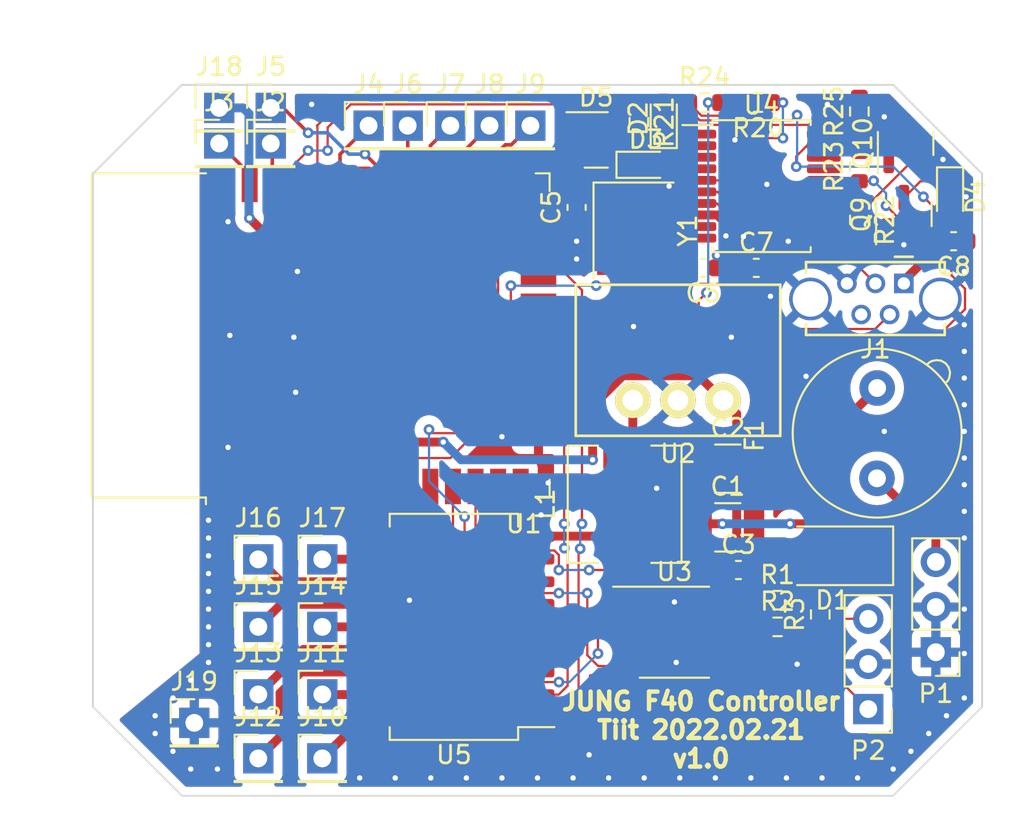
<source format=kicad_pcb>
(kicad_pcb (version 20210824) (generator pcbnew)
  (layers (0 "F.Cu" signal) (31 "B.Cu" signal) (34 "B.Paste" user) (35 "F.Paste" user) (36 "B.SilkS" user "B.Silkscreen") (37 "F.SilkS" user "F.Silkscreen") (38 "B.Mask" user) (39 "F.Mask" user) (44 "Edge.Cuts" user))
  (net 0 "")
  (net 1 "GND")
  (net 2 "Net-(C5-Pad2)")
  (net 3 "Net-(C6-Pad2)")
  (net 4 "Net-(C7-Pad2)")
  (net 5 "+5V")
  (net 6 "Net-(D2-Pad1)")
  (net 7 "RXD_0")
  (net 8 "TXD_0")
  (net 9 "Net-(D3-Pad2)")
  (net 10 "Net-(D4-Pad1)")
  (net 11 "ESP_EN")
  (net 12 "GPIO_0")
  (net 13 "GPIO_2")
  (net 14 "Net-(D5-Pad3)")
  (net 15 "Net-(J1-Pad2)")
  (net 16 "Net-(J1-Pad3)")
  (net 18 "Net-(Q9-Pad1)")
  (net 19 "Net-(Q9-Pad2)")
  (net 20 "Net-(Q10-Pad1)")
  (net 21 "Net-(Q10-Pad2)")
  (net 22 "Net-(Q10-Pad3)")
  (net 23 "+3V3")
  (net 24 "+24V")
  (net 25 "Net-(C2-Pad1)")
  (net 46 "Net-(F1-Pad1)")
  (net 47 "Net-(P2-Pad1)")
  (net 48 "Net-(P2-Pad3)")
  (net 49 "Net-(R1-Pad1)")
  (net 50 "Net-(R2-Pad1)")
  (net 51 "RO")
  (net 52 "~{RX}TX")
  (net 53 "DI")
  (net 54 "BUT_4")
  (net 55 "BUT_3")
  (net 56 "BUT_2")
  (net 57 "BUT_0")
  (net 58 "BUT_1")
  (net 59 "BUT_7")
  (net 60 "BUT_6")
  (net 61 "BUT_5")
  (net 62 "LED_2")
  (net 63 "LED_3")
  (net 64 "LED_4")
  (net 65 "LED_5")
  (net 66 "LED_6")
  (net 67 "LED_7")
  (net 68 "LED_1")
  (net 69 "LED_0")
  (net 70 "Net-(U5-Pad18)")
  (net 71 "Net-(U5-Pad17)")
  (net 72 "Net-(U5-Pad16)")
  (net 73 "Net-(U5-Pad15)")
  (net 74 "Net-(U5-Pad14)")
  (net 75 "Net-(U5-Pad13)")
  (net 76 "Net-(U5-Pad12)")
  (net 77 "Net-(U5-Pad11)")
  (footprint "Connector_USB:USB_Mini-B_Tensility_54-00023_Vertical_CircularHoles" (layer "F.Cu") (at 145.6 51.175 180)
    (fp_text reference "J1")
    (fp_text value "USB_B_Micro")
  )
  (footprint "Fuse:Fuseholder_TR5_Littelfuse_No560_No460" (layer "F.Cu") (at 144.09 62.14 90)
    (fp_text reference "F1")
    (fp_text value "F_Small")
  )
  (footprint "Resistor_SMD:R_0603_1608Metric" (layer "F.Cu") (at 134.4 41)
    (fp_text reference "R24")
    (fp_text value "DNP")
  )
  (footprint "Diode_SMD:D_SMA" (layer "F.Cu") (at 141.6 66.5 180)
    (fp_text reference "D1")
    (fp_text value "D_Schottky_Small")
  )
  (footprint "Resistor_SMD:R_0603_1608Metric" (layer "F.Cu") (at 130.7 42.1 -90)
    (fp_text reference "R21")
    (fp_text value "10k")
  )
  (footprint "Connector_PinHeader_2.54mm:PinHeader_1x01_P2.54mm_Vertical" (layer "F.Cu") (at 107.1 43.3)
    (fp_text reference "J3")
    (fp_text value "Conn_01x01")
  )
  (footprint "Connector_PinHeader_2.54mm:PinHeader_1x03_P2.54mm_Vertical" (layer "F.Cu") (at 143.6 75.125 180)
    (fp_text reference "P2")
    (fp_text value "RS485")
  )
  (footprint "Resistor_SMD:R_0603_1608Metric" (layer "F.Cu") (at 140.9 69.8 90)
    (fp_text reference "R3")
    (fp_text value "DNP")
  )
  (footprint "Package_TO_SOT_SMD:SOT-23" (layer "F.Cu") (at 145.6 47.3 90)
    (fp_text reference "Q9")
    (fp_text value "BC817")
  )
  (footprint "Package_TO_SOT_SMD:SOT-23" (layer "F.Cu") (at 145.7 43.3 90)
    (fp_text reference "Q10")
    (fp_text value "BC817")
  )
  (footprint "Capacitor_SMD:C_1210_3225Metric" (layer "F.Cu") (at 135.7 61.6)
    (fp_text reference "C2")
    (fp_text value "10u 50V")
  )
  (footprint "Package_TO_SOT_SMD:SOT-23" (layer "F.Cu") (at 128.3 43.1)
    (fp_text reference "D5")
    (fp_text value "BAT54C")
  )
  (footprint "Diode_SMD:D_0603_1608Metric_Pad1.05x0.95mm_HandSolder" (layer "F.Cu") (at 148.2 46.3 -90)
    (fp_text reference "D4")
    (fp_text value "D_Schottky_Small")
  )
  (footprint "Crystal:Crystal_SMD_3225-4Pin_3.2x2.5mm_HandSoldering" (layer "F.Cu") (at 130.4 48.2 -90)
    (fp_text reference "Y1")
    (fp_text value "Crystal_GND24_Small")
  )
  (footprint "Capacitor_SMD:C_0603_1608Metric" (layer "F.Cu") (at 134.3 50.3 180)
    (fp_text reference "C6")
    (fp_text value "20p")
  )
  (footprint "Connector_PinHeader_2.54mm:PinHeader_1x01_P2.54mm_Vertical" (layer "F.Cu") (at 109.3 70.5)
    (fp_text reference "J15")
    (fp_text value "Conn_01x01")
  )
  (footprint "Connector_PinHeader_2.54mm:PinHeader_1x01_P2.54mm_Vertical" (layer "F.Cu") (at 124.6 42.3)
    (fp_text reference "J9")
    (fp_text value "Conn_01x01")
  )
  (footprint "Connector_PinHeader_2.54mm:PinHeader_1x01_P2.54mm_Vertical" (layer "F.Cu") (at 117.7 42.3)
    (fp_text reference "J6")
    (fp_text value "Conn_01x01")
  )
  (footprint "Package_SO:SSOP-20_5.3x7.2mm_P0.65mm" (layer "F.Cu") (at 137.6 45.7)
    (fp_text reference "U4")
    (fp_text value "CH340T")
  )
  (footprint "Resistor_SMD:R_0603_1608Metric" (layer "F.Cu") (at 138.5 69)
    (fp_text reference "R1")
    (fp_text value "100R")
  )
  (footprint "Connector_PinHeader_2.54mm:PinHeader_1x01_P2.54mm_Vertical" (layer "F.Cu") (at 122.3 42.3)
    (fp_text reference "J8")
    (fp_text value "Conn_01x01")
  )
  (footprint "Connector_PinHeader_2.54mm:PinHeader_1x01_P2.54mm_Vertical" (layer "F.Cu") (at 109.3 74.3)
    (fp_text reference "J13")
    (fp_text value "Conn_01x01")
  )
  (footprint "Connector_PinHeader_2.54mm:PinHeader_1x03_P2.54mm_Vertical" (layer "F.Cu") (at 147.4 71.925 180)
    (fp_text reference "P1")
    (fp_text value "PWR")
  )
  (footprint "Connector_PinHeader_2.54mm:PinHeader_1x01_P2.54mm_Vertical" (layer "F.Cu") (at 112.9 70.5)
    (fp_text reference "J14")
    (fp_text value "Conn_01x01")
  )
  (footprint "Connector_PinHeader_2.54mm:PinHeader_1x01_P2.54mm_Vertical" (layer "F.Cu") (at 107.1 41.3)
    (fp_text reference "J18")
    (fp_text value "Conn_01x01")
  )
  (footprint "Resistor_SMD:R_0603_1608Metric" (layer "F.Cu") (at 138.5 70.5)
    (fp_text reference "R2")
    (fp_text value "100R")
  )
  (footprint "Capacitor_SMD:C_0603_1608Metric" (layer "F.Cu") (at 148.4 48.8 180)
    (fp_text reference "C8")
    (fp_text value "22u")
  )
  (footprint "Resistor_SMD:R_0603_1608Metric" (layer "F.Cu") (at 143.1 44.6 90)
    (fp_text reference "R23")
    (fp_text value "1k")
  )
  (footprint "Connector_PinHeader_2.54mm:PinHeader_1x01_P2.54mm_Vertical" (layer "F.Cu") (at 120.1 42.3)
    (fp_text reference "J7")
    (fp_text value "Conn_01x01")
  )
  (footprint "Connector_PinHeader_2.54mm:PinHeader_1x01_P2.54mm_Vertical" (layer "F.Cu") (at 112.9 66.7)
    (fp_text reference "J17")
    (fp_text value "Conn_01x01")
  )
  (footprint "Diode_SMD:D_0603_1608Metric_Pad1.05x0.95mm_HandSolder" (layer "F.Cu") (at 131.1 44.5)
    (fp_text reference "D3")
    (fp_text value "D_Schottky_Small")
  )
  (footprint "Connector_PinHeader_2.54mm:PinHeader_1x01_P2.54mm_Vertical" (layer "F.Cu") (at 112.9 77.9)
    (fp_text reference "J10")
    (fp_text value "Conn_01x01")
  )
  (footprint "Connector_PinHeader_2.54mm:PinHeader_1x01_P2.54mm_Vertical" (layer "F.Cu") (at 112.9 74.3)
    (fp_text reference "J11")
    (fp_text value "Conn_01x01")
  )
  (footprint "Connector_PinHeader_2.54mm:PinHeader_1x01_P2.54mm_Vertical" (layer "F.Cu") (at 109.3 77.9)
    (fp_text reference "J12")
    (fp_text value "Conn_01x01")
  )
  (footprint "Capacitor_SMD:C_0603_1608Metric" (layer "F.Cu") (at 136.3 67.3)
    (fp_text reference "C3")
    (fp_text value "100n")
  )
  (footprint "RF_Module:ESP32-WROOM-32" (layer "F.Cu") (at 115.8 54.1 90)
    (fp_text reference "U1")
    (fp_text value "ESP32-WROOM-32")
  )
  (footprint "Resistor_SMD:R_0603_1608Metric" (layer "F.Cu") (at 137.4 41 180)
    (fp_text reference "R20")
    (fp_text value "10k")
  )
  (footprint "Capacitor_SMD:C_0603_1608Metric" (layer "F.Cu") (at 127.2 46.9 90)
    (fp_text reference "C5")
    (fp_text value "20p")
  )
  (footprint "Resistor_SMD:R_0603_1608Metric" (layer "F.Cu") (at 143.1 47.6 -90)
    (fp_text reference "R22")
    (fp_text value "1k")
  )
  (footprint "Connector_PinHeader_2.54mm:PinHeader_1x01_P2.54mm_Vertical" (layer "F.Cu") (at 115.5 42.3)
    (fp_text reference "J4")
    (fp_text value "Conn_01x01")
  )
  (footprint "Connector_PinHeader_2.54mm:PinHeader_1x01_P2.54mm_Vertical" (layer "F.Cu") (at 110 43.3)
    (fp_text reference "J2")
    (fp_text value "Conn_01x01")
  )
  (footprint "Capacitor_SMD:C_0603_1608Metric" (layer "F.Cu") (at 137.3 50.3)
    (fp_text reference "C7")
    (fp_text value "100n")
  )
  (footprint "Diode_SMD:D_0603_1608Metric_Pad1.05x0.95mm_HandSolder" (layer "F.Cu") (at 132.1 41.9 90)
    (fp_text reference "D2")
    (fp_text value "D_Schottky_Small")
  )
  (footprint "Package_SO:SO-8_3.9x4.9mm_P1.27mm" (layer "F.Cu") (at 132.7 70.8)
    (fp_text reference "U3")
    (fp_text value "MAX481E")
  )
  (footprint "Capacitor_SMD:C_1210_3225Metric" (layer "F.Cu") (at 135.7 64.9)
    (fp_text reference "C1")
    (fp_text value "10u 50V")
  )
  (footprint "Connector_PinHeader_2.54mm:PinHeader_1x01_P2.54mm_Vertical" (layer "F.Cu") (at 110 41.3)
    (fp_text reference "J5")
    (fp_text value "Conn_01x01")
  )
  (footprint "wazombi_kicad:R-78E-1.0" (layer "F.Cu") (at 132.9 57.75)
    (fp_text reference "U2")
    (fp_text value "R-78E-1.0")
  )
  (footprint "Inductor_SMD:L_6.3x6.3_H3" (layer "F.Cu") (at 129.9 63.6 90)
    (fp_text reference "L1")
    (fp_text value "68u")
  )
  (footprint "Resistor_SMD:R_0603_1608Metric" (layer "F.Cu") (at 143.1 41.5 90)
    (fp_text reference "R25")
    (fp_text value "220R")
  )
  (footprint "Package_SO:SOP-18_7x12.5mm_P1.27mm" (layer "F.Cu") (at 120.3 70.5 180)
    (fp_text reference "U5")
    (fp_text value "TBD62783A")
  )
  (footprint "Connector_PinHeader_2.54mm:PinHeader_1x01_P2.54mm_Vertical" (layer "F.Cu") (at 109.3 66.7)
    (fp_text reference "J16")
    (fp_text value "Conn_01x01")
  )
  (footprint "Connector_PinHeader_2.54mm:PinHeader_1x01_P2.54mm_Vertical" (layer "F.Cu") (at 105.7 75.9)
    (fp_text reference "J19")
    (fp_text value "Conn_01x01")
  )
  (gr_line (start 145 80) (end 150 75) (layer "Edge.Cuts") (width 0.1))
  (gr_line (start 100 75) (end 105 80) (layer "Edge.Cuts") (width 0.1))
  (gr_line (start 150 45) (end 145 40) (layer "Edge.Cuts") (width 0.1))
  (gr_line (start 145 40) (end 105 40) (layer "Edge.Cuts") (width 0.1))
  (gr_line (start 100 45) (end 105 40) (layer "Edge.Cuts") (width 0.1))
  (gr_line (start 105 80) (end 145 80) (layer "Edge.Cuts") (width 0.1))
  (gr_line (start 100 45) (end 100 75) (layer "Edge.Cuts") (width 0.1))
  (gr_line (start 150 75) (end 150 45) (layer "Edge.Cuts") (width 0.1))
  (gr_text "JUNG F40 Controller\nTiit 2022.02.21\nv1.0" (at 134.2 76.3) (layer "F.SilkS") (effects (font (size 1 1) (thickness 0.25))))
  (segment (start 137.489601 51.405031) (end 136.525 50.44043) (width 0.5) (layer "F.Cu") (net 1))
  (segment (start 136.525 50.44043) (end 136.525 50.3) (width 0.5) (layer "F.Cu") (net 1))
  (segment (start 115.525 65.42) (end 114.705 64.6) (width 0.5) (layer "F.Cu") (net 1))
  (segment (start 106.6 64.6) (end 106.5 64.5) (width 0.5) (layer "F.Cu") (net 1))
  (segment (start 114.705 64.6) (end 106.6 64.6) (width 0.5) (layer "F.Cu") (net 1))
  (segment (start 115.878768 65.42) (end 117.8 67.341232) (width 0.5) (layer "F.Cu") (net 1))
  (segment (start 115.525 65.42) (end 115.878768 65.42) (width 0.5) (layer "F.Cu") (net 1))
  (segment (start 117.8 67.341232) (end 117.8 69) (width 0.5) (layer "F.Cu") (net 1))
  (segment (start 136.525 48.590858) (end 136.580001 48.535857) (width 0.5) (layer "F.Cu") (net 1))
  (segment (start 136.525 50.3) (end 136.525 48.590858) (width 0.5) (layer "F.Cu") (net 1))
  (segment (start 135.594989 47.807269) (end 135.594989 48.5) (width 0.5) (layer "F.Cu") (net 1))
  (segment (start 134.1 47.325) (end 135.11272 47.325) (width 0.5) (layer "F.Cu") (net 1))
  (segment (start 138.1 51.9) (end 137.605031 51.405031) (width 0.5) (layer "F.Cu") (net 1))
  (segment (start 135.11272 47.325) (end 135.594989 47.807269) (width 0.5) (layer "F.Cu") (net 1))
  (segment (start 137.605031 51.405031) (end 137.489601 51.405031) (width 0.5) (layer "F.Cu") (net 1))
  (segment (start 134.1 47.325) (end 132.125 47.325) (width 0.5) (layer "F.Cu") (net 1))
  (segment (start 132.125 47.325) (end 131.55 46.75) (width 0.5) (layer "F.Cu") (net 1))
  (via (at 106.5 67.5) (size 0.6) (drill 0.3) (layers "F.Cu" "B.Cu") (net 1))
  (via (at 138.1 51.9) (size 0.6) (drill 0.3) (layers "F.Cu" "B.Cu") (net 1))
  (via (at 106.5 72.5) (size 0.6) (drill 0.3) (layers "F.Cu" "B.Cu") (net 1))
  (via (at 106.5 64.5) (size 0.6) (drill 0.3) (layers "F.Cu" "B.Cu") (net 1))
  (via (at 107 78.5) (size 0.6) (drill 0.3) (layers "F.Cu" "B.Cu") (net 1))
  (via (at 123 79) (size 0.6) (drill 0.3) (layers "F.Cu" "B.Cu") (net 1))
  (via (at 106.5 65.5) (size 0.6) (drill 0.3) (layers "F.Cu" "B.Cu") (net 1))
  (via (at 145 78.5) (size 0.6) (drill 0.3) (layers "F.Cu" "B.Cu") (net 1))
  (via (at 131 79) (size 0.6) (drill 0.3) (layers "F.Cu" "B.Cu") (net 1))
  (via (at 127 79) (size 0.6) (drill 0.3) (layers "F.Cu" "B.Cu") (net 1))
  (via (at 111.3 54.2) (size 0.6) (drill 0.3) (layers "F.Cu" "B.Cu") (net 1))
  (via (at 131.7 62.7) (size 0.6) (drill 0.3) (layers "F.Cu" "B.Cu") (net 1))
  (via (at 149 74.5) (size 0.6) (drill 0.3) (layers "F.Cu" "B.Cu") (net 1))
  (via (at 125 79) (size 0.6) (drill 0.3) (layers "F.Cu" "B.Cu") (net 1))
  (via (at 132.4 45.7) (size 0.6) (drill 0.3) (layers "F.Cu" "B.Cu") (net 1))
  (via (at 104.5 77.5) (size 0.6) (drill 0.3) (layers "F.Cu" "B.Cu") (net 1))
  (via (at 149 64) (size 0.6) (drill 0.3) (layers "F.Cu" "B.Cu") (net 1))
  (via (at 149 55) (size 0.6) (drill 0.3) (layers "F.Cu" "B.Cu") (net 1))
  (via (at 125.2 64.2) (size 0.6) (drill 0.3) (layers "F.Cu" "B.Cu") (net 1))
  (via (at 137 79) (size 0.6) (drill 0.3) (layers "F.Cu" "B.Cu") (net 1))
  (via (at 117 79) (size 0.6) (drill 0.3) (layers "F.Cu" "B.Cu") (net 1))
  (via (at 149 72) (size 0.6) (drill 0.3) (layers "F.Cu" "B.Cu") (net 1))
  (via (at 139.1 48.8) (size 0.6) (drill 0.3) (layers "F.Cu" "B.Cu") (net 1))
  (via (at 137.9 45.6) (size 0.6) (drill 0.3) (layers "F.Cu" "B.Cu") (net 1))
  (via (at 123 59.8) (size 0.6) (drill 0.3) (layers "F.Cu" "B.Cu") (net 1))
  (via (at 132.7 69.1) (size 0.6) (drill 0.3) (layers "F.Cu" "B.Cu") (net 1))
  (via (at 105.5 73.5) (size 0.6) (drill 0.3) (layers "F.Cu" "B.Cu") (net 1))
  (via (at 149 53.5) (size 0.6) (drill 0.3) (layers "F.Cu" "B.Cu") (net 1))
  (via (at 147.8 44.2) (size 0.6) (drill 0.3) (layers "F.Cu" "B.Cu") (net 1))
  (via (at 127.2 49.8) (size 0.6) (drill 0.3) (layers "F.Cu" "B.Cu") (net 1))
  (via (at 103.5 76.5) (size 0.6) (drill 0.3) (layers "F.Cu" "B.Cu") (net 1))
  (via (at 115 79) (size 0.6) (drill 0.3) (layers "F.Cu" "B.Cu") (net 1))
  (via (at 140.1 56.4) (size 0.6) (drill 0.3) (layers "F.Cu" "B.Cu") (net 1))
  (via (at 136.580001 48.535857) (size 0.6) (drill 0.3) (layers "F.Cu" "B.Cu") (net 1))
  (via (at 125.6 62.4) (size 0.6) (drill 0.3) (layers "F.Cu" "B.Cu") (net 1))
  (via (at 149 56.5) (size 0.6) (drill 0.3) (layers "F.Cu" "B.Cu") (net 1))
  (via (at 149.1 46.3) (size 0.6) (drill 0.3) (layers "F.Cu" "B.Cu") (net 1))
  (via (at 106.5 68.5) (size 0.6) (drill 0.3) (layers "F.Cu" "B.Cu") (net 1))
  (via (at 149 58) (size 0.6) (drill 0.3) (layers "F.Cu" "B.Cu") (net 1))
  (via (at 149 69.5) (size 0.6) (drill 0.3) (layers "F.Cu" "B.Cu") (net 1))
  (via (at 139.6 72.6) (size 0.6) (drill 0.3) (layers "F.Cu" "B.Cu") (net 1))
  (via (at 135.594989 48.5) (size 0.6) (drill 0.3) (layers "F.Cu" "B.Cu") (net 1))
  (via (at 106.5 69.5) (size 0.6) (drill 0.3) (layers "F.Cu" "B.Cu") (net 1))
  (via (at 145.6 49) (size 0.6) (drill 0.3) (layers "F.Cu" "B.Cu") (net 1))
  (via (at 148 75.5) (size 0.6) (drill 0.3) (layers "F.Cu" "B.Cu") (net 1))
  (via (at 104.5 74.5) (size 0.6) (drill 0.3) (layers "F.Cu" "B.Cu") (net 1))
  (via (at 127.9 77.7) (size 0.6) (drill 0.3) (layers "F.Cu" "B.Cu") (net 1))
  (via (at 121 79) (size 0.6) (drill 0.3) (layers "F.Cu" "B.Cu") (net 1))
  (via (at 117.8 69) (size 0.6) (drill 0.3) (layers "F.Cu" "B.Cu") (net 1))
  (via (at 132.8 72.5) (size 0.6) (drill 0.3) (layers "F.Cu" "B.Cu") (net 1))
  (via (at 105.5 78.5) (size 0.6) (drill 0.3) (layers "F.Cu" "B.Cu") (net 1))
  (via (at 130.4 53.6) (size 0.6) (drill 0.3) (layers "F.Cu" "B.Cu") (net 1))
  (via (at 106.5 71.5) (size 0.6) (drill 0.3) (layers "F.Cu" "B.Cu") (net 1))
  (via (at 106.5 70.5) (size 0.6) (drill 0.3) (layers "F.Cu" "B.Cu") (net 1))
  (via (at 147 76.5) (size 0.6) (drill 0.3) (layers "F.Cu" "B.Cu") (net 1))
  (via (at 146 77.5) (size 0.6) (drill 0.3) (layers "F.Cu" "B.Cu") (net 1))
  (via (at 149 65.5) (size 0.6) (drill 0.3) (layers "F.Cu" "B.Cu") (net 1))
  (via (at 133 79) (size 0.6) (drill 0.3) (layers "F.Cu" "B.Cu") (net 1))
  (via (at 149 59.5) (size 0.6) (drill 0.3) (layers "F.Cu" "B.Cu") (net 1))
  (via (at 112.3 41.1) (size 0.6) (drill 0.3) (layers "F.Cu" "B.Cu") (net 1))
  (via (at 111.4 57.3) (size 0.6) (drill 0.3) (layers "F.Cu" "B.Cu") (net 1))
  (via (at 107.6 47.7) (size 0.6) (drill 0.3) (layers "F.Cu" "B.Cu") (net 1))
  (via (at 135.1 49.6) (size 0.6) (drill 0.3) (layers "F.Cu" "B.Cu") (net 1))
  (via (at 103.5 75.5) (size 0.6) (drill 0.3) (layers "F.Cu" "B.Cu") (net 1))
  (via (at 149 62.5) (size 0.6) (drill 0.3) (layers "F.Cu" "B.Cu") (net 1))
  (via (at 111.5 50.5) (size 0.6) (drill 0.3) (layers "F.Cu" "B.Cu") (net 1))
  (via (at 136.1 43.1) (size 0.6) (drill 0.3) (layers "F.Cu" "B.Cu") (net 1))
  (via (at 135 79) (size 0.6) (drill 0.3) (layers "F.Cu" "B.Cu") (net 1))
  (via (at 106.5 66.5) (size 0.6) (drill 0.3) (layers "F.Cu" "B.Cu") (net 1))
  (via (at 149 50.5) (size 0.6) (drill 0.3) (layers "F.Cu" "B.Cu") (net 1))
  (via (at 107.6 60.4) (size 0.6) (drill 0.3) (layers "F.Cu" "B.Cu") (net 1))
  (via (at 149 61) (size 0.6) (drill 0.3) (layers "F.Cu" "B.Cu") (net 1))
  (via (at 144.5 59.5) (size 0.6) (drill 0.3) (layers "F.Cu" "B.Cu") (net 1))
  (via (at 107.7 54.1) (size 0.6) (drill 0.3) (layers "F.Cu" "B.Cu") (net 1))
  (via (at 135.9 54.2) (size 0.6) (drill 0.3) (layers "F.Cu" "B.Cu") (net 1))
  (via (at 143 79) (size 0.6) (drill 0.3) (layers "F.Cu" "B.Cu") (net 1))
  (via (at 141 79) (size 0.6) (drill 0.3) (layers "F.Cu" "B.Cu") (net 1))
  (via (at 139 79) (size 0.6) (drill 0.3) (layers "F.Cu" "B.Cu") (net 1))
  (via (at 127.2 48.8) (size 0.6) (drill 0.3) (layers "F.Cu" "B.Cu") (net 1))
  (via (at 129 79) (size 0.6) (drill 0.3) (layers "F.Cu" "B.Cu") (net 1))
  (via (at 141.3 41.1) (size 0.6) (drill 0.3) (layers "F.Cu" "B.Cu") (net 1))
  (via (at 144.5 41.8) (size 0.6) (drill 0.3) (layers "F.Cu" "B.Cu") (net 1))
  (via (at 119 79) (size 0.6) (drill 0.3) (layers "F.Cu" "B.Cu") (net 1))
  (segment (start 134.011989 48.063011) (end 130.413011 48.063011) (width 0.127) (layer "F.Cu") (net 2))
  (segment (start 134.1 47.975) (end 134.011989 48.063011) (width 0.127) (layer "F.Cu") (net 2))
  (segment (start 128.625 46.125) (end 129.25 46.75) (width 0.127) (layer "F.Cu") (net 2))
  (segment (start 127.2 46.125) (end 128.625 46.125) (width 0.127) (layer "F.Cu") (net 2))
  (segment (start 129.25 46.9) (end 129.25 46.75) (width 0.127) (layer "F.Cu") (net 2))
  (segment (start 130.413011 48.063011) (end 129.25 46.9) (width 0.127) (layer "F.Cu") (net 2))
  (segment (start 133.525 50.3) (end 132.2 50.3) (width 0.127) (layer "F.Cu") (net 3))
  (segment (start 132.575 48.625) (end 131.55 49.65) (width 0.127) (layer "F.Cu") (net 3))
  (segment (start 132.2 50.3) (end 131.55 49.65) (width 0.127) (layer "F.Cu") (net 3))
  (segment (start 134.1 48.625) (end 132.575 48.625) (width 0.127) (layer "F.Cu") (net 3))
  (segment (start 138.225 41) (end 138.8 41) (width 0.127) (layer "F.Cu") (net 4))
  (segment (start 138.075 50.3) (end 138.075 47.975) (width 0.127) (layer "F.Cu") (net 4))
  (segment (start 137.85 43) (end 135.475 45.375) (width 0.127) (layer "F.Cu") (net 4))
  (segment (start 135.475 45.375) (end 134.1 45.375) (width 0.127) (layer "F.Cu") (net 4))
  (segment (start 138.075 47.975) (end 135.475 45.375) (width 0.127) (layer "F.Cu") (net 4))
  (segment (start 138.8 43) (end 137.85 43) (width 0.127) (layer "F.Cu") (net 4))
  (via (at 138.8 41) (size 0.6) (drill 0.3) (layers "F.Cu" "B.Cu") (net 4))
  (via (at 138.8 43) (size 0.6) (drill 0.3) (layers "F.Cu" "B.Cu") (net 4))
  (segment (start 138.8 41) (end 138.8 43) (width 0.127) (layer "B.Cu") (net 4))
  (segment (start 140.150001 43.425) (end 141.1 43.425) (width 0.127) (layer "F.Cu") (net 5))
  (segment (start 145.6 51.175) (end 145.6 51.025) (width 0.5) (layer "F.Cu") (net 5))
  (segment (start 147.825 48.8) (end 147.46198 48.43698) (width 0.127) (layer "F.Cu") (net 5))
  (segment (start 131.16502 41.74002) (end 133.867094 41.74002) (width 0.127) (layer "F.Cu") (net 5))
  (segment (start 133.867094 41.74002) (end 134.127074 42) (width 0.127) (layer "F.Cu") (net 5))
  (segment (start 134.127074 42) (end 136.5 42) (width 0.127) (layer "F.Cu") (net 5))
  (segment (start 147.46198 48.43698) (end 147.46198 47.06198) (width 0.127) (layer "F.Cu") (net 5))
  (segment (start 147.46198 47.06198) (end 146.7 46.3) (width 0.127) (layer "F.Cu") (net 5))
  (segment (start 136.5 42) (end 139.3 42) (width 0.127) (layer "F.Cu") (net 5))
  (segment (start 139.3 42) (end 139.6 41.7) (width 0.127) (layer "F.Cu") (net 5))
  (segment (start 130.7 41.275) (end 131.16502 41.74002) (width 0.127) (layer "F.Cu") (net 5))
  (segment (start 139.5505 44.024501) (end 140.150001 43.425) (width 0.127) (layer "F.Cu") (net 5))
  (segment (start 139.5505 44.604085) (end 139.5505 44.024501) (width 0.127) (layer "F.Cu") (net 5))
  (segment (start 145.6 51.025) (end 147.825 48.8) (width 0.5) (layer "F.Cu") (net 5))
  (via (at 146.7 46.3) (size 0.6) (drill 0.3) (layers "F.Cu" "B.Cu") (net 5))
  (via (at 139.5505 44.604085) (size 0.6) (drill 0.3) (layers "F.Cu" "B.Cu") (net 5))
  (via (at 139.6 41.7) (size 0.6) (drill 0.3) (layers "F.Cu" "B.Cu") (net 5))
  (segment (start 146.7 46.3) (end 145.004085 44.604085) (width 0.127) (layer "B.Cu") (net 5))
  (segment (start 145.004085 44.604085) (end 139.5505 44.604085) (width 0.127) (layer "B.Cu") (net 5))
  (segment (start 139.6 44.554585) (end 139.5505 44.604085) (width 0.127) (layer "B.Cu") (net 5))
  (segment (start 139.6 41.7) (end 139.6 44.554585) (width 0.127) (layer "B.Cu") (net 5))
  (segment (start 132.875 44.075) (end 134.1 44.075) (width 0.127) (layer "F.Cu") (net 6))
  (segment (start 132.1 43.3) (end 132.875 44.075) (width 0.127) (layer "F.Cu") (net 6))
  (segment (start 132.1 42.775) (end 132.1 43.3) (width 0.127) (layer "F.Cu") (net 6))
  (segment (start 133.575 41) (end 132.125 41) (width 0.127) (layer "F.Cu") (net 7))
  (segment (start 112.625 42.325) (end 112.625 45.6) (width 0.127) (layer "F.Cu") (net 7))
  (segment (start 135.83698 41.73802) (end 134.223612 41.73802) (width 0.127) (layer "F.Cu") (net 7))
  (segment (start 112.6 42.3) (end 112.625 42.325) (width 0.127) (layer "F.Cu") (net 7))
  (segment (start 136.575 41) (end 135.83698 41.73802) (width 0.127) (layer "F.Cu") (net 7))
  (segment (start 132.125 41) (end 132.1 41.025) (width 0.127) (layer "F.Cu") (net 7))
  (segment (start 114.21502 40.68498) (end 112.6 42.3) (width 0.127) (layer "F.Cu") (net 7))
  (segment (start 131.75998 40.68498) (end 114.21502 40.68498) (width 0.127) (layer "F.Cu") (net 7))
  (segment (start 133.510592 41.025) (end 132.1 41.025) (width 0.127) (layer "F.Cu") (net 7))
  (segment (start 132.1 41.025) (end 131.75998 40.68498) (width 0.127) (layer "F.Cu") (net 7))
  (segment (start 134.223612 41.73802) (end 133.510592 41.025) (width 0.127) (layer "F.Cu") (net 7))
  (segment (start 114.5 41.1) (end 113.2 42.4) (width 0.127) (layer "F.Cu") (net 8))
  (segment (start 111.355 45.6) (end 111.355 44.445) (width 0.127) (layer "F.Cu") (net 8))
  (segment (start 113.2 42.4) (end 113.2 43.7) (width 0.127) (layer "F.Cu") (net 8))
  (segment (start 128.29002 43.375038) (end 128.29002 41.855002) (width 0.127) (layer "F.Cu") (net 8))
  (segment (start 127.535018 41.1) (end 114.5 41.1) (width 0.127) (layer "F.Cu") (net 8))
  (segment (start 128.29002 41.855002) (end 127.535018 41.1) (width 0.127) (layer "F.Cu") (net 8))
  (segment (start 111.355 44.445) (end 112.1 43.7) (width 0.127) (layer "F.Cu") (net 8))
  (segment (start 130.225 44.5) (end 129.414982 44.5) (width 0.127) (layer "F.Cu") (net 8))
  (segment (start 129.414982 44.5) (end 128.29002 43.375038) (width 0.127) (layer "F.Cu") (net 8))
  (via (at 113.2 43.7) (size 0.6) (drill 0.3) (layers "F.Cu" "B.Cu") (net 8))
  (via (at 112.1 43.7) (size 0.6) (drill 0.3) (layers "F.Cu" "B.Cu") (net 8))
  (segment (start 113.2 43.7) (end 112.1 43.7) (width 0.127) (layer "B.Cu") (net 8))
  (segment (start 134.1 44.725) (end 132.2 44.725) (width 0.127) (layer "F.Cu") (net 9))
  (segment (start 130.7 43.225) (end 131.975 44.5) (width 0.127) (layer "F.Cu") (net 9))
  (segment (start 130.7 42.925) (end 130.7 43.225) (width 0.127) (layer "F.Cu") (net 9))
  (segment (start 132.2 44.725) (end 131.975 44.5) (width 0.127) (layer "F.Cu") (net 9))
  (segment (start 145.6 46.3625) (end 146.5375 45.425) (width 0.127) (layer "F.Cu") (net 10))
  (segment (start 146.5375 45.425) (end 148.2 45.425) (width 0.127) (layer "F.Cu") (net 10))
  (segment (start 149.040011 51.474238) (end 149.040011 52.625762) (width 0.127) (layer "F.Cu") (net 11))
  (segment (start 148.26502 47.24002) (end 148.26502 50.699247) (width 0.127) (layer "F.Cu") (net 11))
  (segment (start 111.1 61) (end 110.085 62.015) (width 0.127) (layer "F.Cu") (net 11))
  (segment (start 147.565773 54.1) (end 141.6 54.1) (width 0.127) (layer "F.Cu") (net 11))
  (segment (start 135.7 51.2) (end 128.4 51.2) (width 0.127) (layer "F.Cu") (net 11))
  (segment (start 110.085 62.015) (end 110.085 62.6) (width 0.127) (layer "F.Cu") (net 11))
  (segment (start 120.1 61) (end 111.1 61) (width 0.127) (layer "F.Cu") (net 11))
  (segment (start 148.2 47.175) (end 148.26502 47.24002) (width 0.127) (layer "F.Cu") (net 11))
  (segment (start 138.6 54.1) (end 135.7 51.2) (width 0.127) (layer "F.Cu") (net 11))
  (segment (start 123.5 51.3) (end 123.5 57.6) (width 0.127) (layer "F.Cu") (net 11))
  (segment (start 148.26502 50.699247) (end 149.040011 51.474238) (width 0.127) (layer "F.Cu") (net 11))
  (segment (start 141.6 54.1) (end 138.6 54.1) (width 0.127) (layer "F.Cu") (net 11))
  (segment (start 149.040011 52.625762) (end 147.565773 54.1) (width 0.127) (layer "F.Cu") (net 11))
  (segment (start 123.5 57.6) (end 120.1 61) (width 0.127) (layer "F.Cu") (net 11))
  (segment (start 128.4 51.2) (end 128.3 51.3) (width 0.127) (layer "F.Cu") (net 11))
  (via (at 123.5 51.3) (size 0.6) (drill 0.3) (layers "F.Cu" "B.Cu") (net 11))
  (via (at 128.3 51.3) (size 0.6) (drill 0.3) (layers "F.Cu" "B.Cu") (net 11))
  (segment (start 128.3 51.3) (end 123.5 51.3) (width 0.127) (layer "B.Cu") (net 11))
  (segment (start 124.055 45.4575) (end 127.3625 42.15) (width 0.127) (layer "F.Cu") (net 12))
  (segment (start 124.055 45.6) (end 124.055 45.4575) (width 0.127) (layer "F.Cu") (net 12))
  (segment (start 125.055 48.385) (end 125.055 46.3575) (width 0.127) (layer "F.Cu") (net 13))
  (segment (start 125.055 46.3575) (end 127.3625 44.05) (width 0.127) (layer "F.Cu") (net 13))
  (segment (start 132.894993 42.253511) (end 141.521489 42.253511) (width 0.127) (layer "F.Cu") (net 14))
  (segment (start 130.283989 42.053511) (end 132.694993 42.053511) (width 0.127) (layer "F.Cu") (net 14))
  (segment (start 132.694993 42.053511) (end 132.894993 42.253511) (width 0.127) (layer "F.Cu") (net 14))
  (segment (start 129.2375 43.1) (end 130.283989 42.053511) (width 0.127) (layer "F.Cu") (net 14))
  (segment (start 141.521489 42.253511) (end 143.1 40.675) (width 0.127) (layer "F.Cu") (net 14))
  (segment (start 136.090001 47.680011) (end 135.08499 46.675) (width 0.127) (layer "F.Cu") (net 15))
  (segment (start 136.090001 48.403588) (end 136.090001 47.680011) (width 0.127) (layer "F.Cu") (net 15))
  (segment (start 136.084989 48.707978) (end 136.084989 48.408599) (width 0.127) (layer "F.Cu") (net 15))
  (segment (start 135.08499 46.675) (end 134.1 46.675) (width 0.127) (layer "F.Cu") (net 15))
  (segment (start 135.882258 48.910709) (end 136.084989 48.707978) (width 0.127) (layer "F.Cu") (net 15))
  (segment (start 136.084989 48.408599) (end 136.090001 48.403588) (width 0.127) (layer "F.Cu") (net 15))
  (segment (start 135.882258 50.828658) (end 135.882258 48.910709) (width 0.127) (layer "F.Cu") (net 15))
  (segment (start 144.8 52.925) (end 143.986989 53.738011) (width 0.127) (layer "F.Cu") (net 15))
  (segment (start 138.791611 53.738011) (end 135.882258 50.828658) (width 0.127) (layer "F.Cu") (net 15))
  (segment (start 143.986989 53.738011) (end 138.791611 53.738011) (width 0.127) (layer "F.Cu") (net 15))
  (segment (start 144 51.175) (end 142.38698 49.56198) (width 0.127) (layer "F.Cu") (net 16))
  (segment (start 142.38698 49.56198) (end 139.98442 49.56198) (width 0.127) (layer "F.Cu") (net 16))
  (segment (start 137.67186 50.96502) (end 137.23802 50.53118) (width 0.127) (layer "F.Cu") (net 16))
  (segment (start 138.58138 50.96502) (end 137.67186 50.96502) (width 0.127) (layer "F.Cu") (net 16))
  (segment (start 135.125 46.025) (end 134.1 46.025) (width 0.127) (layer "F.Cu") (net 16))
  (segment (start 137.23802 50.53118) (end 137.23802 48.13802) (width 0.127) (layer "F.Cu") (net 16))
  (segment (start 137.23802 48.13802) (end 135.125 46.025) (width 0.127) (layer "F.Cu") (net 16))
  (segment (start 139.98442 49.56198) (end 138.58138 50.96502) (width 0.127) (layer "F.Cu") (net 16))
  (segment (start 143.1 48.425) (end 144.4625 48.425) (width 0.127) (layer "F.Cu") (net 18))
  (segment (start 144.4625 48.425) (end 144.65 48.2375) (width 0.127) (layer "F.Cu") (net 18))
  (segment (start 143.05 45.375) (end 143.1 45.425) (width 0.127) (layer "F.Cu") (net 19))
  (segment (start 144.6 46.8) (end 146.0375 48.2375) (width 0.127) (layer "F.Cu") (net 19))
  (segment (start 141.1 45.375) (end 143.05 45.375) (width 0.127) (layer "F.Cu") (net 19))
  (segment (start 146.0375 48.2375) (end 146.55 48.2375) (width 0.127) (layer "F.Cu") (net 19))
  (segment (start 143.1 45.425) (end 143.875 45.425) (width 0.127) (layer "F.Cu") (net 19))
  (segment (start 143.875 45.425) (end 143.9 45.4) (width 0.127) (layer "F.Cu") (net 19))
  (via (at 143.9 45.4) (size 0.6) (drill 0.3) (layers "F.Cu" "B.Cu") (net 19))
  (via (at 144.6 46.8) (size 0.6) (drill 0.3) (layers "F.Cu" "B.Cu") (net 19))
  (segment (start 143.9 45.4) (end 144.6 46.1) (width 0.127) (layer "B.Cu") (net 19))
  (segment (start 144.6 46.1) (end 144.6 46.8) (width 0.127) (layer "B.Cu") (net 19))
  (segment (start 143.1 43.775) (end 144.2875 43.775) (width 0.127) (layer "F.Cu") (net 20))
  (segment (start 144.2875 43.775) (end 144.75 44.2375) (width 0.127) (layer "F.Cu") (net 20))
  (segment (start 143.1 46.775) (end 143.575 46.775) (width 0.127) (layer "F.Cu") (net 21))
  (segment (start 143.575 46.775) (end 146.1125 44.2375) (width 0.127) (layer "F.Cu") (net 21))
  (segment (start 141.1 46.025) (end 142.35 46.025) (width 0.127) (layer "F.Cu") (net 21))
  (segment (start 142.35 46.025) (end 143.1 46.775) (width 0.127) (layer "F.Cu") (net 21))
  (segment (start 146.1125 44.2375) (end 146.65 44.2375) (width 0.127) (layer "F.Cu") (net 21))
  (segment (start 145.6625 42.325) (end 145.7 42.3625) (width 0.127) (layer "F.Cu") (net 22))
  (segment (start 143.1 42.325) (end 145.6625 42.325) (width 0.127) (layer "F.Cu") (net 22))
  (segment (start 135.275 68.895) (end 135.275 67.55) (width 0.5) (layer "F.Cu") (net 23))
  (segment (start 109.8 60.1) (end 109.8 48.5) (width 0.5) (layer "F.Cu") (net 23))
  (segment (start 135.275 67.55) (end 135.525 67.3) (width 0.5) (layer "F.Cu") (net 23))
  (segment (start 136.2 58.51) (end 135.44 57.75) (width 0.5) (layer "F.Cu") (net 23))
  (segment (start 134.063489 56.373489) (end 129.789829 56.373489) (width 0.5) (layer "F.Cu") (net 23))
  (segment (start 109.8 60.1) (end 108.815 61.085) (width 0.5) (layer "F.Cu") (net 23))
  (segment (start 134.063489 52.136511) (end 134.063489 56.373489) (width 0.127) (layer "F.Cu") (net 23))
  (segment (start 135.525 67.3) (end 135.525 66.175) (width 0.5) (layer "F.Cu") (net 23))
  (segment (start 135.525 66.175) (end 136.2 65.5) (width 0.5) (layer "F.Cu") (net 23))
  (segment (start 128.1 58.063318) (end 128.1 61.1) (width 0.5) (layer "F.Cu") (net 23))
  (segment (start 134.5 51.7) (end 134.063489 52.136511) (width 0.127) (layer "F.Cu") (net 23))
  (segment (start 119.7 60.1) (end 109.8 60.1) (width 0.5) (layer "F.Cu") (net 23))
  (segment (start 135.44 57.75) (end 134.063489 56.373489) (width 0.5) (layer "F.Cu") (net 23))
  (segment (start 136.2 65.5) (end 136.2 58.51) (width 0.5) (layer "F.Cu") (net 23))
  (segment (start 135.225 41) (end 134.6 41) (width 0.127) (layer "F.Cu") (net 23))
  (segment (start 108.815 61.085) (end 108.815 62.6) (width 0.5) (layer "F.Cu") (net 23))
  (segment (start 109.8 48.5) (end 108.8 47.5) (width 0.5) (layer "F.Cu") (net 23))
  (segment (start 129.789829 56.373489) (end 128.1 58.063318) (width 0.5) (layer "F.Cu") (net 23))
  (via (at 134.5 51.7) (size 0.6) (drill 0.3) (layers "F.Cu" "B.Cu") (net 23))
  (via (at 128.1 61.1) (size 0.6) (drill 0.3) (layers "F.Cu" "B.Cu") (net 23))
  (via (at 119.7 60.1) (size 0.6) (drill 0.3) (layers "F.Cu" "B.Cu") (net 23))
  (via (at 134.6 41) (size 0.6) (drill 0.3) (layers "F.Cu" "B.Cu") (net 23))
  (via (at 108.8 47.5) (size 0.6) (drill 0.3) (layers "F.Cu" "B.Cu") (net 23))
  (segment (start 128.1 61.1) (end 120.7 61.1) (width 0.5) (layer "B.Cu") (net 23))
  (segment (start 108.773489 41.623489) (end 108.45 41.3) (width 0.5) (layer "B.Cu") (net 23))
  (segment (start 108.8 47.5) (end 108.773489 47.473489) (width 0.5) (layer "B.Cu") (net 23))
  (segment (start 134.6 41) (end 134.6 51.6) (width 0.127) (layer "B.Cu") (net 23))
  (segment (start 108.45 41.3) (end 107.1 41.3) (width 0.5) (layer "B.Cu") (net 23))
  (segment (start 108.773489 47.473489) (end 108.773489 41.623489) (width 0.5) (layer "B.Cu") (net 23))
  (segment (start 120.7 61.1) (end 119.7 60.1) (width 0.5) (layer "B.Cu") (net 23))
  (segment (start 134.6 51.6) (end 134.5 51.7) (width 0.127) (layer "B.Cu") (net 23))
  (segment (start 144.1 57.06) (end 141.8 59.36) (width 0.5) (layer "F.Cu") (net 24))
  (segment (start 143.6 66.5) (end 141.8 64.7) (width 0.5) (layer "F.Cu") (net 24))
  (segment (start 135.4 64.7) (end 134.425 64.7) (width 0.5) (layer "F.Cu") (net 24))
  (segment (start 134.425 64.7) (end 134.225 64.9) (width 0.5) (layer "F.Cu") (net 24))
  (segment (start 141.8 64.7) (end 139.2 64.7) (width 0.5) (layer "F.Cu") (net 24))
  (segment (start 133.625 65.5) (end 134.225 64.9) (width 0.5) (layer "F.Cu") (net 24))
  (segment (start 129.9 66.35) (end 130.15 66.35) (width 0.5) (layer "F.Cu") (net 24))
  (segment (start 128.94319 65.39319) (end 129.9 66.35) (width 0.5) (layer "F.Cu") (net 24))
  (segment (start 130.15 66.35) (end 131 65.5) (width 0.5) (layer "F.Cu") (net 24))
  (segment (start 131 65.5) (end 133.625 65.5) (width 0.5) (layer "F.Cu") (net 24))
  (segment (start 125.075 65.42) (end 125.10181 65.39319) (width 0.5) (layer "F.Cu") (net 24))
  (segment (start 141.8 59.36) (end 141.8 64.7) (width 0.5) (layer "F.Cu") (net 24))
  (segment (start 125.10181 65.39319) (end 128.94319 65.39319) (width 0.5) (layer "F.Cu") (net 24))
  (via (at 135.4 64.7) (size 0.6) (drill 0.3) (layers "F.Cu" "B.Cu") (net 24))
  (via (at 139.2 64.7) (size 0.6) (drill 0.3) (layers "F.Cu" "B.Cu") (net 24))
  (segment (start 139.2 64.7) (end 135.4 64.7) (width 0.5) (layer "B.Cu") (net 24))
  (segment (start 130.36 57.75) (end 130.36 60.39) (width 0.5) (layer "F.Cu") (net 25))
  (segment (start 129.9 60.85) (end 133.475 60.85) (width 0.5) (layer "F.Cu") (net 25))
  (segment (start 133.475 60.85) (end 134.225 61.6) (width 0.5) (layer "F.Cu") (net 25))
  (segment (start 130.36 60.39) (end 129.9 60.85) (width 0.5) (layer "F.Cu") (net 25))
  (segment (start 147.4 66.845) (end 147.4 65.45) (width 0.5) (layer "F.Cu") (net 46))
  (segment (start 147.4 65.45) (end 144.09 62.14) (width 0.5) (layer "F.Cu") (net 46))
  (segment (start 143.6 75.125) (end 140.9 72.425) (width 0.127) (layer "F.Cu") (net 47))
  (segment (start 140.9 72.425) (end 140.9 70.625) (width 0.127) (layer "F.Cu") (net 47))
  (segment (start 139.325 70.5) (end 140.775 70.5) (width 0.127) (layer "F.Cu") (net 47))
  (segment (start 140.775 70.5) (end 140.9 70.625) (width 0.127) (layer "F.Cu") (net 47))
  (segment (start 139.35 68.975) (end 139.325 69) (width 0.127) (layer "F.Cu") (net 48))
  (segment (start 141.97 70.045) (end 140.9 68.975) (width 0.127) (layer "F.Cu") (net 48))
  (segment (start 140.9 68.975) (end 139.35 68.975) (width 0.127) (layer "F.Cu") (net 48))
  (segment (start 143.6 70.045) (end 141.97 70.045) (width 0.127) (layer "F.Cu") (net 48))
  (segment (start 135.275 70.165) (end 136.51 70.165) (width 0.127) (layer "F.Cu") (net 49))
  (segment (start 136.51 70.165) (end 137.675 69) (width 0.127) (layer "F.Cu") (net 49))
  (segment (start 136.74 71.435) (end 137.675 70.5) (width 0.127) (layer "F.Cu") (net 50))
  (segment (start 135.275 71.435) (end 136.74 71.435) (width 0.127) (layer "F.Cu") (net 50))
  (segment (start 123.8 72.67773) (end 123.8 73.3) (width 0.127) (layer "F.Cu") (net 51))
  (segment (start 113.895 62.6) (end 113.895 63.15) (width 0.127) (layer "F.Cu") (net 51))
  (segment (start 113.895 63.15) (end 115.67498 64.92998) (width 0.127) (layer "F.Cu") (net 51))
  (segment (start 128.4 69.5) (end 129.005 68.895) (width 0.127) (layer "F.Cu") (net 51))
  (segment (start 116.394998 64.92998) (end 117.140011 65.674993) (width 0.127) (layer "F.Cu") (net 51))
  (segment (start 128.4 72) (end 128.4 69.5) (width 0.127) (layer "F.Cu") (net 51))
  (segment (start 115.67498 64.92998) (end 116.394998 64.92998) (width 0.127) (layer "F.Cu") (net 51))
  (segment (start 117.140011 65.674993) (end 117.140011 66.017741) (width 0.127) (layer "F.Cu") (net 51))
  (segment (start 129.005 68.895) (end 130.125 68.895) (width 0.127) (layer "F.Cu") (net 51))
  (segment (start 117.140011 66.017741) (end 123.8 72.67773) (width 0.127) (layer "F.Cu") (net 51))
  (segment (start 124.104761 73.604761) (end 126.204604 73.604761) (width 0.127) (layer "F.Cu") (net 51))
  (segment (start 123.8 73.3) (end 124.104761 73.604761) (width 0.127) (layer "F.Cu") (net 51))
  (via (at 126.204604 73.604761) (size 0.6) (drill 0.3) (layers "F.Cu" "B.Cu") (net 51))
  (via (at 128.4 72) (size 0.6) (drill 0.3) (layers "F.Cu" "B.Cu") (net 51))
  (segment (start 126.795239 73.604761) (end 128.4 72) (width 0.127) (layer "B.Cu") (net 51))
  (segment (start 126.204604 73.604761) (end 126.795239 73.604761) (width 0.127) (layer "B.Cu") (net 51))
  (segment (start 124.00998 62.64502) (end 124.00998 65.714998) (width 0.127) (layer "F.Cu") (net 52))
  (segment (start 127.9 67.3) (end 129.890018 67.3) (width 0.127) (layer "F.Cu") (net 52))
  (segment (start 124.055 62.6) (end 124.00998 62.64502) (width 0.127) (layer "F.Cu") (net 52))
  (segment (start 129.890018 67.3) (end 131.19002 68.600002) (width 0.127) (layer "F.Cu") (net 52))
  (segment (start 126.2 66.454982) (end 126.2 67.3) (width 0.127) (layer "F.Cu") (net 52))
  (segment (start 130.999999 70.165) (end 130.125 70.165) (width 0.127) (layer "F.Cu") (net 52))
  (segment (start 124.494962 66.19998) (end 125.944998 66.19998) (width 0.127) (layer "F.Cu") (net 52))
  (segment (start 124.00998 65.714998) (end 124.494962 66.19998) (width 0.127) (layer "F.Cu") (net 52))
  (segment (start 131.19002 68.600002) (end 131.19002 69.974979) (width 0.127) (layer "F.Cu") (net 52))
  (segment (start 125.944998 66.19998) (end 126.2 66.454982) (width 0.127) (layer "F.Cu") (net 52))
  (segment (start 130.125 71.435) (end 130.125 70.165) (width 0.127) (layer "F.Cu") (net 52))
  (segment (start 131.19002 69.974979) (end 130.999999 70.165) (width 0.127) (layer "F.Cu") (net 52))
  (via (at 126.2 67.3) (size 0.6) (drill 0.3) (layers "F.Cu" "B.Cu") (net 52))
  (via (at 127.9 67.3) (size 0.6) (drill 0.3) (layers "F.Cu" "B.Cu") (net 52))
  (segment (start 126.2 67.3) (end 127.9 67.3) (width 0.127) (layer "B.Cu") (net 52))
  (segment (start 122.785 57.515) (end 120.7 59.6) (width 0.127) (layer "F.Cu") (net 53))
  (segment (start 122.785 45.6) (end 122.785 57.515) (width 0.127) (layer "F.Cu") (net 53))
  (segment (start 119.1 59.6) (end 118.9 59.4) (width 0.127) (layer "F.Cu") (net 53))
  (segment (start 123.2 68.6) (end 126.2 68.6) (width 0.127) (layer "F.Cu") (net 53))
  (segment (start 120.9 66.3) (end 123.1 68.5) (width 0.127) (layer "F.Cu") (net 53))
  (segment (start 128.412033 72.705) (end 130.125 72.705) (width 0.127) (layer "F.Cu") (net 53))
  (segment (start 120.7 59.6) (end 119.1 59.6) (width 0.127) (layer "F.Cu") (net 53))
  (segment (start 120.9 64.3) (end 120.9 66.3) (width 0.127) (layer "F.Cu") (net 53))
  (segment (start 127.8 68.6) (end 127.8 72.092967) (width 0.127) (layer "F.Cu") (net 53))
  (segment (start 123.1 68.5) (end 123.2 68.6) (width 0.127) (layer "F.Cu") (net 53))
  (segment (start 127.8 72.092967) (end 128.412033 72.705) (width 0.127) (layer "F.Cu") (net 53))
  (via (at 127.8 68.6) (size 0.6) (drill 0.3) (layers "F.Cu" "B.Cu") (net 53))
  (via (at 118.9 59.4) (size 0.6) (drill 0.3) (layers "F.Cu" "B.Cu") (net 53))
  (via (at 126.2 68.6) (size 0.6) (drill 0.3) (layers "F.Cu" "B.Cu") (net 53))
  (via (at 120.9 64.3) (size 0.6) (drill 0.3) (layers "F.Cu" "B.Cu") (net 53))
  (segment (start 126.2 68.6) (end 127.8 68.6) (width 0.127) (layer "B.Cu") (net 53))
  (segment (start 118.9 59.4) (end 118.9 62.3) (width 0.127) (layer "B.Cu") (net 53))
  (segment (start 118.9 62.3) (end 120.9 64.3) (width 0.127) (layer "B.Cu") (net 53))
  (segment (start 117.705 45.6) (end 117.705 42.305) (width 0.2) (layer "F.Cu") (net 54))
  (segment (start 117.705 42.305) (end 117.7 42.3) (width 0.2) (layer "F.Cu") (net 54))
  (segment (start 110.7 41.3) (end 110 41.3) (width 0.2) (layer "F.Cu") (net 55))
  (segment (start 116.435 45.035) (end 115.3 43.9) (width 0.2) (layer "F.Cu") (net 55))
  (segment (start 112.1 42.7) (end 110.7 41.3) (width 0.2) (layer "F.Cu") (net 55))
  (segment (start 116.435 45.6) (end 116.435 45.035) (width 0.2) (layer "F.Cu") (net 55))
  (via (at 115.3 43.9) (size 0.6) (drill 0.3) (layers "F.Cu" "B.Cu") (net 55))
  (via (at 112.1 42.7) (size 0.6) (drill 0.3) (layers "F.Cu" "B.Cu") (net 55))
  (segment (start 114.4 43.9) (end 113.5 43) (width 0.2) (layer "B.Cu") (net 55))
  (segment (start 113.5 43) (end 113.2 42.7) (width 0.2) (layer "B.Cu") (net 55))
  (segment (start 113.2 42.7) (end 112.1 42.7) (width 0.2) (layer "B.Cu") (net 55))
  (segment (start 115.3 43.9) (end 114.4 43.9) (width 0.2) (layer "B.Cu") (net 55))
  (segment (start 113.895 43.905) (end 115.5 42.3) (width 0.2) (layer "F.Cu") (net 56))
  (segment (start 113.895 45.6) (end 113.895 43.905) (width 0.2) (layer "F.Cu") (net 56))
  (segment (start 110.085 43.385) (end 110 43.3) (width 0.2) (layer "F.Cu") (net 57))
  (segment (start 110.085 45.6) (end 110.085 43.385) (width 0.2) (layer "F.Cu") (net 57))
  (segment (start 108.815 45.015) (end 107.1 43.3) (width 0.2) (layer "F.Cu") (net 58))
  (segment (start 108.815 45.6) (end 108.815 45.015) (width 0.2) (layer "F.Cu") (net 58))
  (segment (start 121.515 45.05) (end 123.188489 43.376511) (width 0.2) (layer "F.Cu") (net 59))
  (segment (start 123.523489 43.376511) (end 124.6 42.3) (width 0.2) (layer "F.Cu") (net 59))
  (segment (start 123.188489 43.376511) (end 123.523489 43.376511) (width 0.2) (layer "F.Cu") (net 59))
  (segment (start 121.515 45.6) (end 121.515 45.05) (width 0.2) (layer "F.Cu") (net 59))
  (segment (start 120.245 45.6) (end 120.245 44.355) (width 0.2) (layer "F.Cu") (net 60))
  (segment (start 120.245 44.355) (end 122.3 42.3) (width 0.2) (layer "F.Cu") (net 60))
  (segment (start 118.975 45.6) (end 118.975 43.425) (width 0.2) (layer "F.Cu") (net 61))
  (segment (start 118.975 43.425) (end 120.1 42.3) (width 0.2) (layer "F.Cu") (net 61))
  (segment (start 117.393521 64.108521) (end 117.393521 65.912733) (width 0.127) (layer "F.Cu") (net 62))
  (segment (start 124.520788 73.04) (end 125.075 73.04) (width 0.127) (layer "F.Cu") (net 62))
  (segment (start 116.435 62.6) (end 116.435 63.15) (width 0.127) (layer "F.Cu") (net 62))
  (segment (start 116.435 63.15) (end 117.393521 64.108521) (width 0.127) (layer "F.Cu") (net 62))
  (segment (start 117.393521 65.912733) (end 124.520788 73.04) (width 0.127) (layer "F.Cu") (net 62))
  (segment (start 123.609306 71.77) (end 125.075 71.77) (width 0.127) (layer "F.Cu") (net 63))
  (segment (start 117.705 65.865694) (end 123.609306 71.77) (width 0.127) (layer "F.Cu") (net 63))
  (segment (start 117.705 62.6) (end 117.705 65.865694) (width 0.127) (layer "F.Cu") (net 63))
  (segment (start 123.1 70.5) (end 125.075 70.5) (width 0.127) (layer "F.Cu") (net 64))
  (segment (start 118.975 66.375) (end 123.1 70.5) (width 0.127) (layer "F.Cu") (net 64))
  (segment (start 118.975 62.6) (end 118.975 66.375) (width 0.127) (layer "F.Cu") (net 64))
  (segment (start 120.245 62.6) (end 120.245 66.545) (width 0.127) (layer "F.Cu") (net 65))
  (segment (start 122.93 69.23) (end 125.075 69.23) (width 0.127) (layer "F.Cu") (net 65))
  (segment (start 120.245 66.545) (end 122.93 69.23) (width 0.127) (layer "F.Cu") (net 65))
  (segment (start 121.515 62.6) (end 121.515 66.215) (width 0.127) (layer "F.Cu") (net 66))
  (segment (start 121.515 66.215) (end 123.26 67.96) (width 0.127) (layer "F.Cu") (net 66))
  (segment (start 123.26 67.96) (end 125.075 67.96) (width 0.127) (layer "F.Cu") (net 66))
  (segment (start 122.785 65.985) (end 123.5 66.7) (width 0.127) (layer "F.Cu") (net 67))
  (segment (start 122.785 62.6) (end 122.785 65.985) (width 0.127) (layer "F.Cu") (net 67))
  (segment (start 123.51 66.69) (end 125.075 66.69) (width 0.127) (layer "F.Cu") (net 67))
  (segment (start 123.5 66.7) (end 123.51 66.69) (width 0.127) (layer "F.Cu") (net 67))
  (segment (start 125.605 58.545) (end 126.5 59.44) (width 0.127) (layer "F.Cu") (net 68))
  (segment (start 126.694605 73.807727) (end 126.694605 66.256622) (width 0.127) (layer "F.Cu") (net 68))
  (segment (start 126.5 59.44) (end 126.5 64.7) (width 0.127) (layer "F.Cu") (net 68))
  (segment (start 125.075 74.31) (end 126.192332 74.31) (width 0.127) (layer "F.Cu") (net 68))
  (segment (start 126.694605 66.256622) (end 126.507674 66.069691) (width 0.127) (layer "F.Cu") (net 68))
  (segment (start 126.192332 74.31) (end 126.694605 73.807727) (width 0.127) (layer "F.Cu") (net 68))
  (segment (start 125.055 58.545) (end 125.605 58.545) (width 0.127) (layer "F.Cu") (net 68))
  (via (at 126.507674 66.069691) (size 0.6) (drill 0.3) (layers "F.Cu" "B.Cu") (net 68))
  (via (at 126.5 64.7) (size 0.6) (drill 0.3) (layers "F.Cu" "B.Cu") (net 68))
  (segment (start 126.5 64.7) (end 126.5 66.062017) (width 0.127) (layer "B.Cu") (net 68))
  (segment (start 126.5 66.062017) (end 126.507674 66.069691) (width 0.127) (layer "B.Cu") (net 68))
  (segment (start 125.075 75.58) (end 126.48 75.58) (width 0.127) (layer "F.Cu") (net 69))
  (segment (start 125.055 49.655) (end 125.605 49.655) (width 0.127) (layer "F.Cu") (net 69))
  (segment (start 127.309999 74.750001) (end 127.309999 66.190001) (width 0.127) (layer "F.Cu") (net 69))
  (segment (start 126.48 75.58) (end 127.309999 74.750001) (width 0.127) (layer "F.Cu") (net 69))
  (segment (start 127.309999 66.190001) (end 127.4 66.1) (width 0.127) (layer "F.Cu") (net 69))
  (segment (start 127.5 51.55) (end 127.5 64.7) (width 0.127) (layer "F.Cu") (net 69))
  (segment (start 125.605 49.655) (end 127.5 51.55) (width 0.127) (layer "F.Cu") (net 69))
  (via (at 127.4 66.1) (size 0.6) (drill 0.3) (layers "F.Cu" "B.Cu") (net 69))
  (via (at 127.5 64.7) (size 0.6) (drill 0.3) (layers "F.Cu" "B.Cu") (net 69))
  (segment (start 127.4 66.1) (end 127.4 64.8) (width 0.127) (layer "B.Cu") (net 69))
  (segment (start 127.4 64.8) (end 127.5 64.7) (width 0.127) (layer "B.Cu") (net 69))
  (segment (start 115.525 75.58) (end 115.22 75.58) (width 0.5) (layer "F.Cu") (net 70))
  (segment (start 115.22 75.58) (end 112.9 77.9) (width 0.5) (layer "F.Cu") (net 70))
  (segment (start 115.525 74.31) (end 112.91 74.31) (width 0.5) (layer "F.Cu") (net 71))
  (segment (start 112.91 74.31) (end 112.9 74.3) (width 0.5) (layer "F.Cu") (net 71))
  (segment (start 111.706978 73.04) (end 110.526511 74.220467) (width 0.5) (layer "F.Cu") (net 72))
  (segment (start 110.526511 74.220467) (end 110.526511 76.673489) (width 0.5) (layer "F.Cu") (net 72))
  (segment (start 115.525 73.04) (end 111.706978 73.04) (width 0.5) (layer "F.Cu") (net 72))
  (segment (start 110.526511 76.673489) (end 109.3 77.9) (width 0.5) (layer "F.Cu") (net 72))
  (segment (start 115.525 71.77) (end 111.83 71.77) (width 0.5) (layer "F.Cu") (net 73))
  (segment (start 111.83 71.77) (end 109.3 74.3) (width 0.5) (layer "F.Cu") (net 73))
  (segment (start 115.525 70.5) (end 112.9 70.5) (width 0.5) (layer "F.Cu") (net 74))
  (segment (start 115.525 69.23) (end 110.57 69.23) (width 0.5) (layer "F.Cu") (net 75))
  (segment (start 110.57 69.23) (end 109.3 70.5) (width 0.5) (layer "F.Cu") (net 75))
  (segment (start 115.525 67.96) (end 110.56 67.96) (width 0.5) (layer "F.Cu") (net 76))
  (segment (start 110.56 67.96) (end 109.3 66.7) (width 0.5) (layer "F.Cu") (net 76))
  (segment (start 112.91 66.69) (end 112.9 66.7) (width 0.5) (layer "F.Cu") (net 77))
  (segment (start 115.525 66.69) (end 112.91 66.69) (width 0.5) (layer "F.Cu") (net 77))
  (zone (net 0) (net_name "") (layers F&B.Cu) (connect_pads (clearance 0)) (min_thickness 0.254)
    (keepout (tracks not_allowed) (vias not_allowed) (pads not_allowed) (copperpour not_allowed) (footprints allowed))
    (fill (thermal_gap 0.508) (thermal_bridge_width 0.508))
    (polygon (pts (xy 106 72) (xy 95 81) (xy 95 40) (xy 106 40)))
  )
  (zone (net 1) (net_name "GND") (layers F&B.Cu) (connect_pads (clearance 0.508)) (min_thickness 0.254) (fill yes (thermal_gap 0.508) (thermal_bridge_width 0.508))
    (polygon (pts (xy 150 80) (xy 100 80) (xy 100 40) (xy 150 40)))
  )
)
</source>
